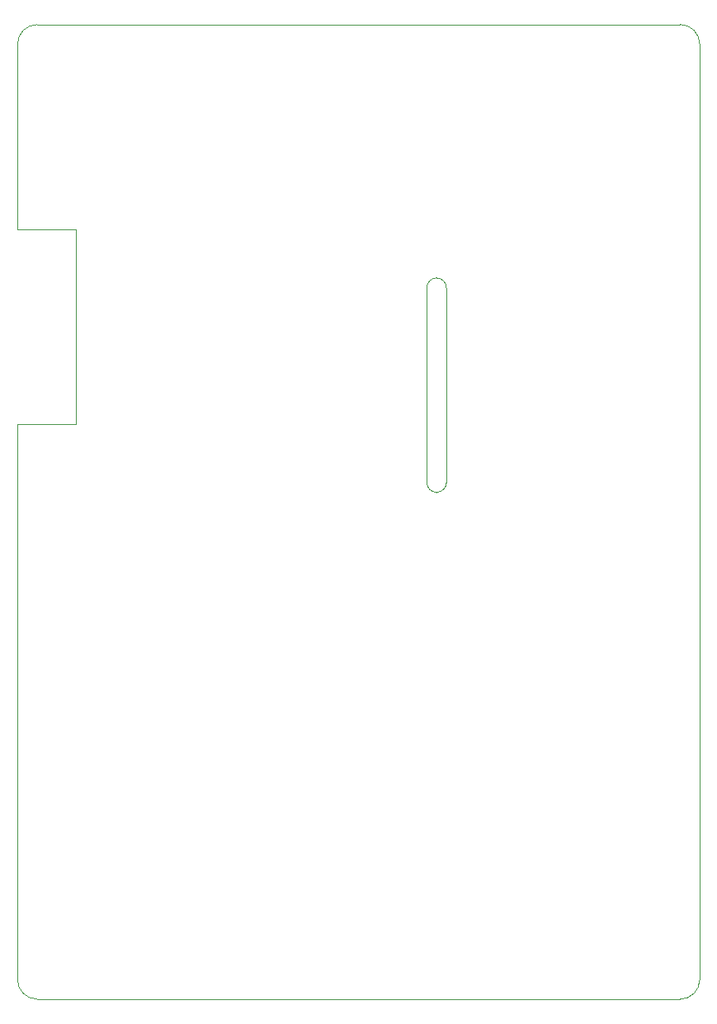
<source format=gbr>
%TF.GenerationSoftware,KiCad,Pcbnew,7.0.8*%
%TF.CreationDate,2023-12-03T14:11:46+01:00*%
%TF.ProjectId,Supersonic Quantumbox,53757065-7273-46f6-9e69-63205175616e,rev?*%
%TF.SameCoordinates,Original*%
%TF.FileFunction,Profile,NP*%
%FSLAX46Y46*%
G04 Gerber Fmt 4.6, Leading zero omitted, Abs format (unit mm)*
G04 Created by KiCad (PCBNEW 7.0.8) date 2023-12-03 14:11:46*
%MOMM*%
%LPD*%
G01*
G04 APERTURE LIST*
%TA.AperFunction,Profile*%
%ADD10C,0.100000*%
%TD*%
G04 APERTURE END LIST*
D10*
X70000000Y-153000000D02*
G75*
G03*
X72000000Y-155000000I2000000J0D01*
G01*
X70000000Y-153000000D02*
X70000000Y-96000000D01*
X72000000Y-55000000D02*
X138000000Y-55000000D01*
X138000000Y-155000000D02*
X72000000Y-155000000D01*
X76000000Y-96000000D02*
X70000000Y-96000000D01*
X140000000Y-57000000D02*
X140000000Y-153000000D01*
X76000000Y-76000000D02*
X76000000Y-96000000D01*
X113000000Y-81000000D02*
G75*
G03*
X112000000Y-82000000I0J-1000000D01*
G01*
X112000000Y-102000000D02*
X112000000Y-82000000D01*
X70000000Y-76000000D02*
X70000000Y-57000000D01*
X140000000Y-57000000D02*
G75*
G03*
X138000000Y-55000000I-2000000J0D01*
G01*
X138000000Y-155000000D02*
G75*
G03*
X140000000Y-153000000I0J2000000D01*
G01*
X113000000Y-81000000D02*
X113000000Y-81000000D01*
X112000000Y-102000000D02*
G75*
G03*
X113000000Y-103000000I1000000J0D01*
G01*
X70000000Y-76000000D02*
X76000000Y-76000000D01*
X72000000Y-55000000D02*
G75*
G03*
X70000000Y-57000000I0J-2000000D01*
G01*
X114000000Y-82000000D02*
X114000000Y-102000000D01*
X113000000Y-103000000D02*
X113000000Y-103000000D01*
X114000000Y-82000000D02*
G75*
G03*
X113000000Y-81000000I-1000000J0D01*
G01*
X113000000Y-103000000D02*
G75*
G03*
X114000000Y-102000000I0J1000000D01*
G01*
M02*

</source>
